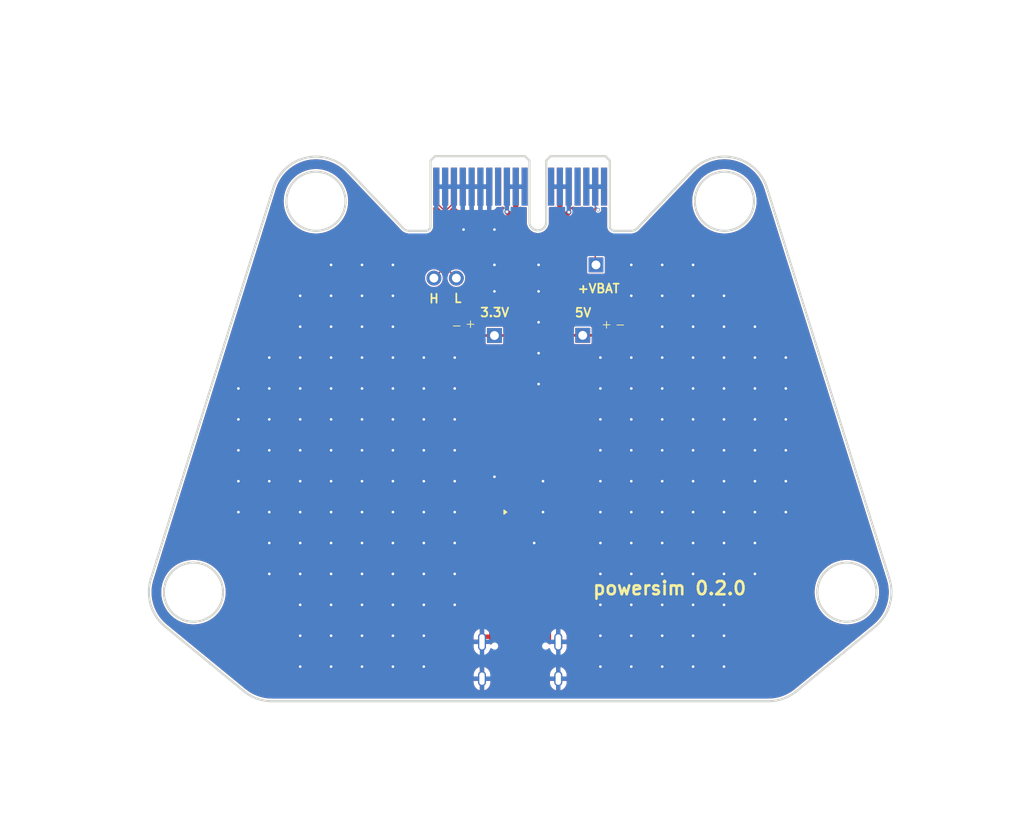
<source format=kicad_pcb>
(kicad_pcb (version 20240108) (generator "pcbnew") (generator_version "8.0")
  (layers (0 "F.Cu" signal) (31 "B.Cu" signal) (34 "B.Paste" user) (35 "F.Paste" user) (36 "B.SilkS" user "B.Silkscreen") (37 "F.SilkS" user "F.Silkscreen") (38 "B.Mask" user) (39 "F.Mask" user) (44 "Edge.Cuts" user))
  (net 0 "")
  (net 2 "Net-(U1-BST)")
  (net 8 "GND")
  (net 9 "+3.3V")
  (net 10 "+5V")
  (net 11 "Net-(J6-CC1)")
  (net 12 "Net-(J6-CC2)")
  (net 15 "CANN")
  (net 16 "CANP")
  (net 20 "Net-(U1-SW)")
  (net 21 "+BAT")
  (net 22 "Net-(D1-K)")
  (net 23 "Net-(D2-K)")
  (footprint "Connector_PinHeader_2.54mm:PinHeader_1x01_P2.54mm_Vertical" (layer "F.Cu") (at 153.5 80.98)
    (property "Reference" "TP1" (hide yes))
    (property "Value" "TestPoint" (hide yes))
    (pad "1" thru_hole rect (at 0 0) (size 1.7 1.7) (drill 1) (layers "*.Cu" "*.Mask") (net 10 "+5V"))
  )
  (footprint "Capacitor_SMD:C_0603_1608Metric" (layer "F.Cu") (at 145 86.075175 180)
    (property "Reference" "C4" (hide yes))
    (property "Value" "22u" (hide yes))
    (pad "1" smd roundrect (at -0.775 0 180) (size 0.9 0.95) (layers "F.Cu" "F.Paste" "F.Mask") (net 9 "+3.3V"))
    (pad "2" smd roundrect (at 0.775 0 180) (size 0.9 0.95) (layers "F.Cu" "F.Paste" "F.Mask") (net 8 "GND"))
  )
  (footprint "Capacitor_SMD:C_0603_1608Metric" (layer "F.Cu") (at 145 84.5 180)
    (property "Reference" "C3" (hide yes))
    (property "Value" "22u" (hide yes))
    (pad "1" smd roundrect (at -0.775 0 180) (size 0.9 0.95) (layers "F.Cu" "F.Paste" "F.Mask") (net 9 "+3.3V"))
    (pad "2" smd roundrect (at 0.775 0 180) (size 0.9 0.95) (layers "F.Cu" "F.Paste" "F.Mask") (net 8 "GND"))
  )
  (footprint "Connector_USB:USB_C_Receptacle_Palconn_UTC16-G" (layer "F.Cu") (at 146.41 117.625)
    (property "Reference" "J6" (hide yes))
    (property "Value" "USB_C_Receptacle_USB2.0_16P" (hide yes))
    (pad "" np_thru_hole circle (at -2.89 -1.45 180) (size 0.6 0.6) (drill 0.6) (layers "*.Cu" "*.Mask"))
    (pad "" np_thru_hole circle (at 2.89 -1.45 180) (size 0.6 0.6) (drill 0.6) (layers "*.Cu" "*.Mask"))
    (pad "A1" smd rect (at -3.2 -2.51) (size 0.6 1.16) (layers "F.Cu" "F.Paste" "F.Mask") (net 8 "GND"))
    (pad "A4" smd rect (at -2.4 -2.51) (size 0.6 1.16) (layers "F.Cu" "F.Paste" "F.Mask") (net 10 "+5V"))
    (pad "A5" smd rect (at -1.25 -2.51 180) (size 0.3 1.16) (layers "F.Cu" "F.Paste" "F.Mask") (net 11 "Net-(J6-CC1)"))
    (pad "A6" smd rect (at -0.25 -2.51 180) (size 0.3 1.16) (layers "F.Cu" "F.Paste" "F.Mask"))
    (pad "A7" smd rect (at 0.25 -2.51 180) (size 0.3 1.16) (layers "F.Cu" "F.Paste" "F.Mask"))
    (pad "A8" smd rect (at 1.25 -2.51 180) (size 0.3 1.16) (layers "F.Cu" "F.Paste" "F.Mask"))
    (pad "A9" smd rect (at 2.4 -2.51) (size 0.6 1.16) (layers "F.Cu" "F.Paste" "F.Mask") (net 10 "+5V"))
    (pad "A12" smd rect (at 3.2 -2.51) (size 0.6 1.16) (layers "F.Cu" "F.Paste" "F.Mask") (net 8 "GND"))
    (pad "B1" smd rect (at 3.2 -2.51) (size 0.6 1.16) (layers "F.Cu" "F.Paste" "F.Mask") (net 8 "GND"))
    (pad "B4" smd rect (at 2.4 -2.51) (size 0.6 1.16) (layers "F.Cu" "F.Paste" "F.Mask") (net 10 "+5V"))
    (pad "B5" smd rect (at 1.75 -2.51 180) (size 0.3 1.16) (layers "F.Cu" "F.Paste" "F.Mask") (net 12 "Net-(J6-CC2)"))
    (pad "B6" smd rect (at 0.75 -2.51 180) (size 0.3 1.16) (layers "F.Cu" "F.Paste" "F.Mask"))
    (pad "B7" smd rect (at -0.75 -2.51 180) (size 0.3 1.16) (layers "F.Cu" "F.Paste" "F.Mask"))
    (pad "B8" smd rect (at -1.75 -2.51 180) (size 0.3 1.16) (layers "F.Cu" "F.Paste" "F.Mask"))
    (pad "B9" smd rect (at -2.4 -2.51) (size 0.6 1.16) (layers "F.Cu" "F.Paste" "F.Mask") (net 10 "+5V"))
    (pad "B12" smd rect (at -3.2 -2.51) (size 0.6 1.16) (layers "F.Cu" "F.Paste" "F.Mask") (net 8 "GND"))
    (pad "S1" thru_hole oval (at -4.32 -1.93 90) (size 2 0.9) (drill oval 1.7 0.6) (layers "*.Cu" "*.Mask") (net 8 "GND"))
    (pad "S1" thru_hole oval (at -4.32 2.24 90) (size 1.7 0.9) (drill oval 1.4 0.6) (layers "*.Cu" "*.Mask") (net 8 "GND"))
    (pad "S1" thru_hole oval (at 4.32 -1.93 90) (size 2 0.9) (drill oval 1.7 0.6) (layers "*.Cu" "*.Mask") (net 8 "GND"))
    (pad "S1" thru_hole oval (at 4.32 2.24 90) (size 1.7 0.9) (drill oval 1.4 0.6) (layers "*.Cu" "*.Mask") (net 8 "GND"))
  )
  (footprint "LED_SMD:LED_0603_1608Metric" (layer "F.Cu") (at 140 81)
    (property "Reference" "D1" (hide yes))
    (property "Value" "LED")
    (fp_text user "+" (at 0.101332 -0.76628 0) (layer "F.SilkS") (effects (font (thickness 0.1)) (justify left bottom)))
    (fp_text user "-" (at -1.458247 -0.570737 0) (layer "F.SilkS") (effects (font (thickness 0.1)) (justify left bottom)))
    (pad "1" smd roundrect (at -0.7875 0) (size 0.875 0.95) (layers "F.Cu" "F.Paste" "F.Mask") (net 22 "Net-(D1-K)"))
    (pad "2" smd roundrect (at 0.7875 0) (size 0.875 0.95) (layers "F.Cu" "F.Paste" "F.Mask") (net 9 "+3.3V"))
  )
  (footprint "Capacitor_SMD:C_0402_1005Metric" (layer "F.Cu") (at 145.893095 96.731528)
    (property "Reference" "C2" (hide yes))
    (property "Value" "100n" (hide yes))
    (pad "1" smd roundrect (at -0.48 0) (size 0.56 0.62) (layers "F.Cu" "F.Paste" "F.Mask") (net 2 "Net-(U1-BST)"))
    (pad "2" smd roundrect (at 0.48 0) (size 0.56 0.62) (layers "F.Cu" "F.Paste" "F.Mask") (net 20 "Net-(U1-SW)"))
  )
  (footprint "Resistor_SMD:R_0402_1005Metric" (layer "F.Cu") (at 140 118 90)
    (property "Reference" "R3" (hide yes))
    (property "Value" "5.1k")
    (pad "1" smd roundrect (at -0.51 0 90) (size 0.54 0.64) (layers "F.Cu" "F.Paste" "F.Mask") (net 8 "GND"))
    (pad "2" smd roundrect (at 0.51 0 90) (size 0.54 0.64) (layers "F.Cu" "F.Paste" "F.Mask") (net 11 "Net-(J6-CC1)"))
  )
  (footprint "Connector_PinHeader_2.54mm:PinHeader_1x01_P2.54mm_Vertical" (layer "F.Cu") (at 155 73)
    (property "Reference" "TP3" (hide yes))
    (property "Value" "TestPoint" (hide yes))
    (pad "1" thru_hole rect (at 0 0) (size 1.7 1.7) (drill 1) (layers "*.Cu" "*.Mask") (net 21 "+BAT"))
  )
  (footprint "Resistor_SMD:R_0402_1005Metric" (layer "F.Cu") (at 153 117.99 -90)
    (property "Reference" "R4" (hide yes))
    (property "Value" "5.1k")
    (pad "1" smd roundrect (at -0.51 0 270) (size 0.54 0.64) (layers "F.Cu" "F.Paste" "F.Mask") (net 12 "Net-(J6-CC2)"))
    (pad "2" smd roundrect (at 0.51 0 270) (size 0.54 0.64) (layers "F.Cu" "F.Paste" "F.Mask") (net 8 "GND"))
  )
  (footprint "Resistor_SMD:R_0603_1608Metric" (layer "F.Cu") (at 160.175 80.98)
    (property "Reference" "R2" (hide yes))
    (property "Value" "150")
    (pad "1" smd roundrect (at -0.825 0) (size 0.8 0.95) (layers "F.Cu" "F.Paste" "F.Mask") (net 23 "Net-(D2-K)"))
    (pad "2" smd roundrect (at 0.825 0) (size 0.8 0.95) (layers "F.Cu" "F.Paste" "F.Mask") (net 8 "GND"))
  )
  (footprint "Connector_PinHeader_2.54mm:PinHeader_1x01_P2.54mm_Vertical" (layer "F.Cu") (at 143.5 81)
    (property "Reference" "TP2" (hide yes))
    (property "Value" "TestPoint" (hide yes))
    (pad "1" thru_hole rect (at 0 0) (size 1.7 1.7) (drill 1) (layers "*.Cu" "*.Mask") (net 9 "+3.3V"))
  )
  (footprint "Package_TO_SOT_SMD:TSOT-23-6" (layer "F.Cu") (at 146.41 99.7 90)
    (property "Reference" "U1" (hide yes))
    (property "Value" "AP63203WU" (hide yes))
    (fp_poly (pts (xy -1.3 -1.51) (xy -1.54 -1.84) (xy -1.06 -1.84) (xy -1.3 -1.51)) (stroke (width 0.12)) (fill solid) (layer "F.SilkS"))
    (pad "1" smd roundrect (at -1.1375 -0.95 90) (size 1.325 0.6) (layers "F.Cu" "F.Paste" "F.Mask") (net 9 "+3.3V"))
    (pad "2" smd roundrect (at -1.1375 0 90) (size 1.325 0.6) (layers "F.Cu" "F.Paste" "F.Mask") (net 10 "+5V"))
    (pad "3" smd roundrect (at -1.1375 0.95 90) (size 1.325 0.6) (layers "F.Cu" "F.Paste" "F.Mask") (net 10 "+5V"))
    (pad "4" smd roundrect (at 1.1375 0.95 90) (size 1.325 0.6) (layers "F.Cu" "F.Paste" "F.Mask") (net 8 "GND"))
    (pad "5" smd roundrect (at 1.1375 0 90) (size 1.325 0.6) (layers "F.Cu" "F.Paste" "F.Mask") (net 20 "Net-(U1-SW)"))
    (pad "6" smd roundrect (at 1.1375 -0.95 90) (size 1.325 0.6) (layers "F.Cu" "F.Paste" "F.Mask") (net 2 "Net-(U1-BST)"))
  )
  (footprint "Connector_PinHeader_2.54mm:PinHeader_1x02_P2.54mm_Vertical" (layer "F.Cu") (at 136.643 74.5 90)
    (property "Reference" "J2" (hide yes))
    (property "Value" "Conn_01x02_Pin" (hide yes))
    (pad "1" thru_hole circle (at 0 0 90) (size 1.7 1.7) (drill 1) (layers "*.Cu" "*.Mask") (net 16 "CANP"))
    (pad "2" thru_hole oval (at 0 2.54 90) (size 1.7 1.7) (drill 1) (layers "*.Cu" "*.Mask") (net 15 "CANN"))
  )
  (footprint "LED_SMD:LED_0603_1608Metric" (layer "F.Cu") (at 157 81 180)
    (property "Reference" "D2" (hide yes))
    (property "Value" "LED")
    (fp_text user "+" (at 0.119967 1.719536 180) (layer "F.SilkS") (effects (font (thickness 0.1)) (justify left bottom)))
    (fp_text user "-" (at -1.439612 1.695543 180) (layer "F.SilkS") (effects (font (thickness 0.1)) (justify left bottom)))
    (pad "1" smd roundrect (at -0.7875 0 180) (size 0.875 0.95) (layers "F.Cu" "F.Paste" "F.Mask") (net 23 "Net-(D2-K)"))
    (pad "2" smd roundrect (at 0.7875 0 180) (size 0.875 0.95) (layers "F.Cu" "F.Paste" "F.Mask") (net 10 "+5V"))
  )
  (footprint "SLF7055T-6R8N2R8-3PF:IND_SLF7055T-6R8N2R8-3PF" (layer "F.Cu") (at 146.41 91.35 90)
    (property "Reference" "L1" (hide yes))
    (property "Value" "SLF7055T-6R8N2R8-3PF" (hide yes))
    (pad "1" smd rect (at -3.15 0 90) (size 1.5 2.2) (layers "F.Cu" "F.Paste" "F.Mask") (net 20 "Net-(U1-SW)"))
    (pad "2" smd rect (at 3.15 0 90) (size 1.5 2.2) (layers "F.Cu" "F.Paste" "F.Mask") (net 9 "+3.3V"))
  )
  (footprint "Capacitor_SMD:C_0402_1005Metric" (layer "F.Cu") (at 145.886304 102.51824 180)
    (property "Reference" "C1" (hide yes))
    (property "Value" "10u" (hide yes))
    (pad "1" smd roundrect (at -0.48 0 180) (size 0.56 0.62) (layers "F.Cu" "F.Paste" "F.Mask") (net 10 "+5V"))
    (pad "2" smd roundrect (at 0.48 0 180) (size 0.56 0.62) (layers "F.Cu" "F.Paste" "F.Mask") (net 8 "GND"))
  )
  (footprint "Resistor_SMD:R_0603_1608Metric" (layer "F.Cu") (at 136.825 81.03 180)
    (property "Reference" "R1" (hide yes))
    (property "Value" "150")
    (pad "1" smd roundrect (at -0.825 0 180) (size 0.8 0.95) (layers "F.Cu" "F.Paste" "F.Mask") (net 22 "Net-(D1-K)"))
    (pad "2" smd roundrect (at 0.825 0 180) (size 0.8 0.95) (layers "F.Cu" "F.Paste" "F.Mask") (net 8 "GND"))
  )
  (footprint "Connector_PCBEdge:BUS_PCIexpress_x1" (layer "B.Cu") (at 136.913 64.138595)
    (property "Reference" "J1" (hide yes))
    (property "Value" "Bus_PCI_Express_x1" (hide yes))
    (fp_line (start -0.65 -2.95) (end -0.65 4.506267) (stroke (width 0.25)) (layer "Edge.Cuts"))
    (fp_line (start -0.15 -3.45) (end -0.65 -2.95) (stroke (width 0.25)) (layer "Edge.Cuts"))
    (fp_line (start 10.05 -3.45) (end -0.15 -3.45) (stroke (width 0.25)) (layer "Edge.Cuts"))
    (fp_line (start 10.05 -3.45) (end 10.55 -2.95) (stroke (width 0.25)) (layer "Edge.Cuts"))
    (fp_line (start 10.55 -2.95) (end 10.55 4) (stroke (width 0.25)) (layer "Edge.Cuts"))
    (fp_line (start 12.45 -2.95) (end 12.45 4) (stroke (width 0.25)) (layer "Edge.Cuts"))
    (fp_line (start 12.95 -3.45) (end 12.45 -2.95) (stroke (width 0.25)) (layer "Edge.Cuts"))
    (fp_line (start 19.15 -3.45) (end 12.95 -3.45) (stroke (width 0.25)) (layer "Edge.Cuts"))
    (fp_line (start 19.15 -3.45) (end 19.65 -2.95) (stroke (width 0.25)) (layer "Edge.Cuts"))
    (fp_line (start 19.65 -2.95) (end 19.65 4.506267) (stroke (width 0.25)) (layer "Edge.Cuts"))
    (fp_arc (start 12.45 4) (mid 11.5 4.95) (end 10.55 4) (stroke (width 0.25)) (layer "Edge.Cuts"))
    (pad "A1" connect rect (at 0 0) (size 0.7 4.3) (layers "F.Cu" "F.Mask") (net 16 "CANP"))
    (pad "A2" connect rect (at 1 0) (size 0.7 4.3) (layers "F.Cu" "F.Mask"))
    (pad "A3" connect rect (at 2 0) (size 0.7 4.3) (layers "F.Cu" "F.Mask") (net 15 "CANN"))
    (pad "A4" connect rect (at 3 0) (size 0.7 4.3) (layers "F.Cu" "F.Mask") (net 8 "GND"))
    (pad "A5" connect rect (at 4 0) (size 0.7 4.3) (layers "F.Cu" "F.Mask") (net 8 "GND"))
    (pad "A6" connect rect (at 5 0) (size 0.7 4.3) (layers "F.Cu" "F.Mask") (net 8 "GND"))
    (pad "A7" connect rect (at 6 0) (size 0.7 4.3) (layers "F.Cu" "F.Mask") (net 8 "GND"))
    (pad "A8" connect rect (at 7 0) (size 0.7 4.3) (layers "F.Cu" "F.Mask"))
    (pad "A9" connect rect (at 8 0) (size 0.7 4.3) (layers "F.Cu" "F.Mask") (net 9 "+3.3V"))
    (pad "A10" connect rect (at 9 0) (size 0.7 4.3) (layers "F.Cu" "F.Mask") (net 9 "+3.3V"))
    (pad "A11" connect rect (at 10 0) (size 0.7 4.3) (layers "F.Cu" "F.Mask") (net 9 "+3.3V"))
    (pad "A12" connect rect (at 13 0) (size 0.7 4.3) (layers "F.Cu" "F.Mask") (net 10 "+5V"))
    (pad "A13" connect rect (at 14 0) (size 0.7 4.3) (layers "F.Cu" "F.Mask") (net 10 "+5V"))
    (pad "A14" connect rect (at 15 0) (size 0.7 4.3) (layers "F.Cu" "F.Mask") (net 10 "+5V"))
    (pad "A15" connect rect (at 16 0) (size 0.7 4.3) (layers "F.Cu" "F.Mask"))
    (pad "A16" connect rect (at 17 0) (size 0.7 4.3) (layers "F.Cu" "F.Mask") (net 21 "+BAT"))
    (pad "A17" connect rect (at 18 0) (size 0.7 4.3) (layers "F.Cu" "F.Mask") (net 21 "+BAT"))
    (pad "A18" connect rect (at 19 0) (size 0.7 4.3) (layers "F.Cu" "F.Mask") (net 21 "+BAT"))
    (pad "B1" connect rect (at 0 0) (size 0.7 4.3) (layers "B.Cu" "B.Mask") (net 8 "GND"))
    (pad "B2" connect rect (at 1 0) (size 0.7 4.3) (layers "B.Cu" "B.Mask") (net 8 "GND"))
    (pad "B3" connect rect (at 2 0) (size 0.7 4.3) (layers "B.Cu" "B.Mask") (net 8 "GND"))
    (pad "B4" connect rect (at 3 0) (size 0.7 4.3) (layers "B.Cu" "B.Mask") (net 8 "GND"))
    (pad "B5" connect rect (at 4 0) (size 0.7 4.3) (layers "B.Cu" "B.Mask") (net 8 "GND"))
    (pad "B6" connect rect (at 5 0) (size 0.7 4.3) (layers "B.Cu" "B.Mask") (net 8 "GND"))
    (pad "B7" connect rect (at 6 0) (size 0.7 4.3) (layers "B.Cu" "B.Mask") (net 8 "GND"))
    (pad "B8" connect rect (at 7 0) (size 0.7 4.3) (layers "B.Cu" "B.Mask"))
    (pad "B9" connect rect (at 8 0) (size 0.7 4.3) (layers "B.Cu" "B.Mask") (net 9 "+3.3V"))
    (pad "B10" connect rect (at 9 0) (size 0.7 4.3) (layers "B.Cu" "B.Mask") (net 9 "+3.3V"))
    (pad "B11" connect rect (at 10 0) (size 0.7 4.3) (layers "B.Cu" "B.Mask") (net 9 "+3.3V"))
    (pad "B12" connect rect (at 13 0) (size 0.7 4.3) (layers "B.Cu" "B.Mask") (net 10 "+5V"))
    (pad "B13" connect rect (at 14 0) (size 0.7 4.3) (layers "B.Cu" "B.Mask") (net 10 "+5V"))
    (pad "B14" connect rect (at 15 0) (size 0.7 4.3) (layers "B.Cu" "B.Mask") (net 10 "+5V"))
    (pad "B15" connect rect (at 16 0) (size 0.7 4.3) (layers "B.Cu" "B.Mask"))
    (pad "B16" connect rect (at 17 0) (size 0.7 4.3) (layers "B.Cu" "B.Mask") (net 21 "+BAT"))
    (pad "B17" connect rect (at 18 0) (size 0.7 4.3) (layers "B.Cu" "B.Mask") (net 21 "+BAT"))
    (pad "B18" connect rect (at 19 0) (size 0.7 4.3) (layers "B.Cu" "B.Mask") (net 21 "+BAT"))
  )
  (gr_line (start 118.464529 64.282339) (end 104.593785 108.557478) (stroke (width 0.25)) (layer "Edge.Cuts"))
  (gr_line (start 133.14799 68.834133) (end 126.942317 62.311255) (stroke (width 0.25)) (layer "Edge.Cuts"))
  (gr_arc (start 157.070952 69.144862) (mid 156.717428 68.998403) (end 156.570952 68.644862) (stroke (width 0.25)) (layer "Edge.Cuts"))
  (gr_arc (start 106.210207 113.971788) (mid 104.57385 111.511867) (end 104.593785 108.557478) (stroke (width 0.25)) (layer "Edge.Cuts"))
  (gr_arc (start 118.464529 64.282339) (mid 122.139956 60.87328) (end 126.942317 62.311255) (stroke (width 0.25)) (layer "Edge.Cuts"))
  (gr_line (start 159.678621 68.834133) (end 165.884293 62.311255) (stroke (width 0.25)) (layer "Edge.Cuts"))
  (gr_line (start 158.954117 69.144862) (end 157.070952 69.144862) (stroke (width 0.25)) (layer "Edge.Cuts"))
  (gr_arc (start 177.714704 121.27317) (mid 176.212727 122.123624) (end 174.512081 122.418595) (stroke (width 0.25)) (layer "Edge.Cuts"))
  (gr_circle (center 183.41378 110.067214) (end 180.06378 110.067214) (stroke (width 0.25)) (fill none) (layer "Edge.Cuts"))
  (gr_arc (start 188.232825 108.557478) (mid 188.252725 111.511859) (end 186.616403 113.971788) (stroke (width 0.25)) (layer "Edge.Cuts"))
  (gr_circle (center 169.543036 65.792075) (end 166.193036 65.792075) (stroke (width 0.25)) (fill none) (layer "Edge.Cuts"))
  (gr_line (start 174.512081 122.418595) (end 118.314529 122.418595) (stroke (width 0.25)) (layer "Edge.Cuts"))
  (gr_arc (start 118.314529 122.418595) (mid 116.613891 122.123609) (end 115.111906 121.27317) (stroke (width 0.25)) (layer "Edge.Cuts"))
  (gr_circle (center 123.283575 65.792075) (end 119.933575 65.792075) (stroke (width 0.25)) (fill none) (layer "Edge.Cuts"))
  (gr_circle (center 109.41283 110.067214) (end 106.06283 110.067214) (stroke (width 0.25)) (fill none) (layer "Edge.Cuts"))
  (gr_arc (start 133.872493 69.144862) (mid 133.478329 69.063905) (end 133.14799 68.834133) (stroke (width 0.25)) (layer "Edge.Cuts"))
  (gr_line (start 186.616403 113.971788) (end 177.714704 121.27317) (stroke (width 0.25)) (layer "Edge.Cuts"))
  (gr_arc (start 159.678621 68.834133) (mid 159.348285 69.063922) (end 158.954117 69.144862) (stroke (width 0.25)) (layer "Edge.Cuts"))
  (gr_line (start 106.210207 113.971788) (end 115.111906 121.27317) (stroke (width 0.25)) (layer "Edge.Cuts"))
  (gr_arc (start 136.255658 68.644862) (mid 136.109222 68.998429) (end 135.755658 69.144862) (stroke (width 0.25)) (layer "Edge.Cuts"))
  (gr_line (start 174.362081 64.282339) (end 188.232825 108.557478) (stroke (width 0.25)) (layer "Edge.Cuts"))
  (gr_line (start 133.872493 69.144862) (end 135.755658 69.144862) (stroke (width 0.25)) (layer "Edge.Cuts"))
  (gr_arc (start 165.884293 62.311255) (mid 170.68666 60.873267) (end 174.362081 64.282339) (stroke (width 0.25)) (layer "Edge.Cuts"))
  (gr_text "3.3V" (at 141.775755 78.971844 0) (layer "F.SilkS") (effects (font (size 1 1) (thickness 0.2) (bold yes)) (justify left bottom)))
  (gr_text "+VBAT" (at 152.811699 76.263155 0) (layer "F.SilkS") (effects (font (size 1 1) (thickness 0.2) (bold yes)) (justify left bottom)))
  (gr_text "H" (at 135.995368 77.413627 0) (layer "F.SilkS") (effects (font (size 1 1) (thickness 0.2) (bold yes)) (justify left bottom)))
  (gr_text "powersim 0.2.0" (at 154.5 110.5 0) (layer "F.SilkS") (effects (font (size 1.5 1.5) (thickness 0.3) (bold yes)) (justify left bottom)))
  (gr_text "L" (at 138.810245 77.369645 0) (layer "F.SilkS") (effects (font (size 1 1) (thickness 0.2) (bold yes)) (justify left bottom)))
  (gr_text "5V" (at 152.5 79 0) (layer "F.SilkS") (effects (font (size 1 1) (thickness 0.2) (bold yes)) (justify left bottom)))
  (segment (start 145.46 98.5625) (end 145.46 96.778433) (width 0.2) (layer "F.Cu") (net 2))
  (segment (start 145.46 96.778433) (end 145.413095 96.731528) (width 0.2) (layer "F.Cu") (net 2))
  (segment (start 142.913 64.138595) (end 139.913 64.138595) (width 0.5) (layer "F.Cu") (net 8))
  (via (at 166 97.5) (size 0.4) (drill 0.3) (layers "F.Cu" "B.Cu") (net 8))
  (via (at 143.5 73) (size 0.4) (drill 0.3) (layers "F.Cu" "B.Cu") (net 8))
  (via (at 169.5 94) (size 0.4) (drill 0.3) (layers "F.Cu" "B.Cu") (net 8))
  (via (at 159 87) (size 0.4) (drill 0.3) (layers "F.Cu" "B.Cu") (net 8))
  (via (at 162.5 101) (size 0.4) (drill 0.3) (layers "F.Cu" "B.Cu") (net 8))
  (via (at 128.5 108) (size 0.4) (drill 0.3) (layers "F.Cu" "B.Cu") (net 8))
  (via (at 155.5 90.5) (size 0.4) (drill 0.3) (layers "F.Cu" "B.Cu") (net 8))
  (via (at 135.5 111.5) (size 0.4) (drill 0.3) (layers "F.Cu" "B.Cu") (net 8))
  (via (at 132 118.5) (size 0.4) (drill 0.3) (layers "F.Cu" "B.Cu") (net 8))
  (via (at 118 87) (size 0.4) (drill 0.3) (layers "F.Cu" "B.Cu") (net 8))
  (via (at 121.5 83.5) (size 0.4) (drill 0.3) (layers "F.Cu" "B.Cu") (net 8))
  (via (at 121.5 101) (size 0.4) (drill 0.3) (layers "F.Cu" "B.Cu") (net 8))
  (via (at 118 90.5) (size 0.4) (drill 0.3) (layers "F.Cu" "B.Cu") (net 8))
  (via (at 159 83.5) (size 0.4) (drill 0.3) (layers "F.Cu" "B.Cu") (net 8))
  (via (at 176.5 101) (size 0.4) (drill 0.3) (layers "F.Cu" "B.Cu") (net 8))
  (via (at 135.5 94) (size 0.4) (drill 0.3) (layers "F.Cu" "B.Cu") (net 8))
  (via (at 118 101) (size 0.4) (drill 0.3) (layers "F.Cu" "B.Cu") (net 8))
  (via (at 132 87) (size 0.4) (drill 0.3) (layers "F.Cu" "B.Cu") (net 8))
  (via (at 132 76.5) (size 0.4) (drill 0.3) (layers "F.Cu" "B.Cu") (net 8))
  (via (at 139 87) (size 0.4) (drill 0.3) (layers "F.Cu" "B.Cu") (net 8))
  (via (at 125 101) (size 0.4) (drill 0.3) (layers "F.Cu" "B.Cu") (net 8))
  (via (at 166 115) (size 0.4) (drill 0.3) (layers "F.Cu" "B.Cu") (net 8))
  (via (at 166 80) (size 0.4) (drill 0.3) (layers "F.Cu" "B.Cu") (net 8))
  (via (at 162.5 80) (size 0.4) (drill 0.3) (layers "F.Cu" "B.Cu") (net 8))
  (via (at 166 73) (size 0.4) (drill 0.3) (layers "F.Cu" "B.Cu") (net 8))
  (via (at 149 101) (size 0.4) (drill 0.3) (layers "F.Cu" "B.Cu") (net 8))
  (via (at 173 90.5) (size 0.4) (drill 0.3) (layers "F.Cu" "B.Cu") (net 8))
  (via (at 162.5 108) (size 0.4) (drill 0.3) (layers "F.Cu" "B.Cu") (net 8))
  (via (at 155.5 104.5) (size 0.4) (drill 0.3) (layers "F.Cu" "B.Cu") (net 8))
  (via (at 148.5 79.5) (size 0.4) (drill 0.3) (layers "F.Cu" "B.Cu") (net 8))
  (via (at 128.5 80) (size 0.4) (drill 0.3) (layers "F.Cu" "B.Cu") (net 8))
  (via (at 114.5 101) (size 0.4) (drill 0.3) (layers "F.Cu" "B.Cu") (net 8))
  (via (at 166 76.5) (size 0.4) (drill 0.3) (layers "F.Cu" "B.Cu") (net 8))
  (via (at 162.5 90.5) (size 0.4) (drill 0.3) (layers "F.Cu" "B.Cu") (net 8))
  (via (at 132 115) (size 0.4) (drill 0.3) (layers "F.Cu" "B.Cu") (net 8))
  (via (at 125 90.5) (size 0.4) (drill 0.3) (layers "F.Cu" "B.Cu") (net 8))
  (via (at 169.5 87) (size 0.4) (drill 0.3) (layers "F.Cu" "B.Cu") (net 8))
  (via (at 128.5 101) (size 0.4) (drill 0.3) (layers "F.Cu" "B.Cu") (net 8))
  (via (at 135.5 115) (size 0.4) (drill 0.3) (layers "F.Cu" "B.Cu") (net 8))
  (via (at 159 94) (size 0.4) (drill 0.3) (layers "F.Cu" "B.Cu") (net 8))
  (via (at 135.5 97.5) (size 0.4) (drill 0.3) (layers "F.Cu" "B.Cu") (net 8))
  (via (at 121.5 97.5) (size 0.4) (drill 0.3) (layers "F.Cu" "B.Cu") (net 8))
  (via (at 155.5 108) (size 0.4) (drill 0.3) (layers "F.Cu" "B.Cu") (net 8))
  (via (at 155.5 94) (size 0.4) (drill 0.3) (layers "F.Cu" "B.Cu") (net 8))
  (via (at 128.5 87) (size 0.4) (drill 0.3) (layers "F.Cu" "B.Cu") (net 8))
  (via (at 125 83.5) (size 0.4) (drill 0.3) (layers "F.Cu" "B.Cu") (net 8))
  (via (at 169.5 104.5) (size 0.4) (drill 0.3) (layers "F.Cu" "B.Cu") (net 8))
  (via (at 162.5 76.5) (size 0.4) (drill 0.3) (layers "F.Cu" "B.Cu") (net 8))
  (via (at 173 104.5) (size 0.4) (drill 0.3) (layers "F.Cu" "B.Cu") (net 8))
  (via (at 169.5 80) (size 0.4) (drill 0.3) (layers "F.Cu" "B.Cu") (net 8))
  (via (at 155.5 111.5) (size 0.4) (drill 0.3) (layers "F.Cu" "B.Cu") (net 8))
  (via (at 135.5 87) (size 0.4) (drill 0.3) (layers "F.Cu" "B.Cu") (net 8))
  (via (at 148.5 86.5) (size 0.4) (drill 0.3) (layers "F.Cu" "B.Cu") (net 8))
  (via (at 162.5 97.5) (size 0.4) (drill 0.3) (layers "F.Cu" "B.Cu") (net 8))
  (via (at 139 111.5) (size 0.4) (drill 0.3) (layers "F.Cu" "B.Cu") (net 8))
  (via (at 159 73) (size 0.4) (drill 0.3) (layers "F.Cu" "B.Cu") (net 8))
  (via (at 166 87) (size 0.4) (drill 0.3) (layers "F.Cu" "B.Cu") (net 8))
  (via (at 132 80) (size 0.4) (drill 0.3) (layers "F.Cu" "B.Cu") (net 8))
  (via (at 155.5 87) (size 0.4) (drill 0.3) (layers "F.Cu" "B.Cu") (net 8))
  (via (at 121.5 111.5) (size 0.4) (drill 0.3) (layers "F.Cu" "B.Cu") (net 8))
  (via (at 135.5 101) (size 0.4) (drill 0.3) (layers "F.Cu" "B.Cu") (net 8))
  (via (at 169.5 83.5) (size 0.4) (drill 0.3) (layers "F.Cu" "B.Cu") (net 8))
  (via (at 155.5 118.5) (size 0.4) (drill 0.3) (layers "F.Cu" "B.Cu") (net 8))
  (via (at 149 97.5) (size 0.4) (drill 0.3) (layers "F.Cu" "B.Cu") (net 8))
  (via (at 173 87) (size 0.4) (drill 0.3) (layers "F.Cu" "B.Cu") (net 8))
  (via (at 128.5 104.5) (size 0.4) (drill 0.3) (layers "F.Cu" "B.Cu") (net 8))
  (via (at 159 97.5) (size 0.4) (drill 0.3) (layers "F.Cu" "B.Cu") (net 8))
  (via (at 169.5 76.5) (size 0.4) (drill 0.3) (layers "F.Cu" "B.Cu") (net 8))
  (via (at 166 90.5) (size 0.4) (drill 0.3) (layers "F.Cu" "B.Cu") (net 8))
  (via (at 121.5 76.5) (size 0.4) (drill 0.3) (layers "F.Cu" "B.Cu") (net 8))
  (via (at 125 73) (size 0.4) (drill 0.3) (layers "F.Cu" "B.Cu") (net 8))
  (via (at 148.5 83) (size 0.4) (drill 0.3) (layers "F.Cu" "B.Cu") (net 8))
  (via (at 159 76.5) (size 0.4) (drill 0.3) (layers "F.Cu" "B.Cu") (net 8))
  (via (at 128.5 90.5) (size 0.4) (drill 0.3) (layers "F.Cu" "B.Cu") (net 8))
  (via (at 128.5 83.5) (size 0.4) (drill 0.3) (layers "F.Cu" "B.Cu") (net 8))
  (via (at 173 97.5) (size 0.4) (drill 0.3) (layers "F.Cu" "B.Cu") (net 8))
  (via (at 159 118.5) (size 0.4) (drill 0.3) (layers "F.Cu" "B.Cu") (net 8))
  (via (at 132 94) (size 0.4) (drill 0.3) (layers "F.Cu" "B.Cu") (net 8))
  (via (at 132 101) (size 0.4) (drill 0.3) (layers "F.Cu" "B.Cu") (net 8))
  (via (at 118 97.5) (size 0.4) (drill 0.3) (layers "F.Cu" "B.Cu") (net 8))
  (via (at 128.5 76.5) (size 0.4) (drill 0.3) (layers "F.Cu" "B.Cu") (net 8))
  (via (at 118 94) (size 0.4) (drill 0.3) (layers "F.Cu" "B.Cu") (net 8))
  (via (at 162.5 94) (size 0.4) (drill 0.3) (layers "F.Cu" "B.Cu") (net 8))
  (via (at 114.5 97.5) (size 0.4) (drill 0.3) (layers "F.Cu" "B.Cu") (net 8))
  (via (at 173 94) (size 0.4) (drill 0.3) (layers "F.Cu" "B.Cu") (net 8))
  (via (at 159 108) (size 0.4) (drill 0.3) (layers "F.Cu" "B.Cu") (net 8))
  (via (at 128.5 94) (size 0.4) (drill 0.3) (layers "F.Cu" "B.Cu") (net 8))
  (via (at 159 115) (size 0.4) (drill 0.3) (layers "F.Cu" "B.Cu") (net 8))
  (via (at 166 111.5) (size 0.4) (drill 0.3) (layers "F.Cu" "B.Cu") (net 8))
  (via (at 139 104.5) (size 0.4) (drill 0.3) (layers "F.Cu" "B.Cu") (net 8))
  (via (at 139 90.5) (size 0.4) (drill 0.3) (layers "F.Cu" "B.Cu") (net 8))
  (via (at 143.5 76) (size 0.4) (drill 0.3) (layers "F.Cu" "B.Cu") (net 8))
  (via (at 162.5 115) (size 0.4) (drill 0.3) (layers "F.Cu" "B.Cu") (net 8))
  (via (at 148 104.5) (size 0.4) (drill 0.3) (layers "F.Cu" "B.Cu") (net 8))
  (via (at 121.5 94) (size 0.4) (drill 0.3) (layers "F.Cu" "B.Cu") (net 8))
  (via (at 125 87) (size 0.4) (drill 0.3) (layers "F.Cu" "B.Cu") (net 8))
  (via (at 121.5 115) (size 0.4) (drill 0.3) (layers "F.Cu" "B.Cu") (net 8))
  (via (at 121.5 80) (size 0.4) (drill 0.3) (layers "F.Cu" "B.Cu") (net 8))
  (via (at 125 76.5) (size 0.4) (drill 0.3) (layers "F.Cu" "B.Cu") (net 8))
  (via (at 176.5 97.5) (size 0.4) (drill 0.3) (layers "F.Cu" "B.Cu") (net 8))
  (via (at 169.5 101) (size 0.4) (drill 0.3) (layers "F.Cu" "B.Cu") (net 8))
  (via (at 173 101) (size 0.4) (drill 0.3) (layers "F.Cu" "B.Cu") (net 8))
  (via (at 121.5 90.5) (size 0.4) (drill 0.3) (layers "F.Cu" "B.Cu") (net 8))
  (via (at 125 94) (size 0.4) (drill 0.3) (layers "F.Cu" "B.Cu") (net 8))
  (via (at 125 108) (size 0.4) (drill 0.3) (layers "F.Cu" "B.Cu") (net 8))
  (via (at 159 101) (size 0.4) (drill 0.3) (layers "F.Cu" "B.Cu") (net 8))
  (via (at 166 83.5) (size 0.4) (drill 0.3) (layers "F.Cu" "B.Cu") (net 8))
  (via (at 135.5 118.5) (size 0.4) (drill 0.3) (layers "F.Cu" "B.Cu") (net 8))
  (via (at 132 104.5) (size 0.4) (drill 0.3) (layers "F.Cu" "B.Cu") (net 8))
  (via (at 139 108) (size 0.4) (drill 0.3) (layers "F.Cu" "B.Cu") (net 8))
  (via (at 121.5 87) (size 0.4) (drill 0.3) (layers "F.Cu" "B.Cu") (net 8))
  (via (at 166 118.5) (size 0.4) (drill 0.3) (layers "F.Cu" "B.Cu") (net 8))
  (via (at 132 111.5) (size 0.4) (drill 0.3) (layers "F.Cu" "B.Cu") (net 8))
  (via (at 162.5 83.5) (size 0.4) (drill 0.3) (layers "F.Cu" "B.Cu") (net 8))
  (via (at 128.5 97.5) (size 0.4) (drill 0.3) (layers "F.Cu" "B.Cu") (net 8))
  (via (at 166 108) (size 0.4) (drill 0.3) (layers "F.Cu" "B.Cu") (net 8))
  (via (at 162.5 73) (size 0.4) (drill 0.3) (layers "F.Cu" "B.Cu") (net 8))
  (via (at 114.5 94) (size 0.4) (drill 0.3) (layers "F.Cu" "B.Cu") (net 8))
  (via (at 173 108) (size 0.4) (drill 0.3) (layers "F.Cu" "B.Cu") (net 8))
  (via (at 125 104.5) (size 0.4) (drill 0.3) (layers "F.Cu" "B.Cu") (net 8))
  (via (at 176.5 94) (size 0.4) (drill 0.3) (layers "F.Cu" "B.Cu") (net 8))
  (via (at 121.5 118.5) (size 0.4) (drill 0.3) (layers "F.Cu" "B.Cu") (net 8))
  (via (at 139 101) (size 0.4) (drill 0.3) (layers "F.Cu" "B.Cu") (net 8))
  (via (at 125 111.5) (size 0.4) (drill 0.3) (layers "F.Cu" "B.Cu") (net 8))
  (via (at 132 83.5) (size 0.4) (drill 0.3) (layers "F.Cu" "B.Cu") (net 8))
  (via (at 173 83.5) (size 0.4) (drill 0.3) (layers "F.Cu" "B.Cu") (net 8))
  (via (at 148.5 76) (size 0.4) (drill 0.3) (layers "F.Cu" "B.Cu") (net 8))
  (via (at 121.5 104.5) (size 0.4) (drill 0.3) (layers "F.Cu" "B.Cu") (net 8))
  (via (at 128.5 73) (size 0.4) (drill 0.3) (layers "F.Cu" "B.Cu") (net 8))
  (via (at 169.5 108) (size 0.4) (drill 0.3) (layers "F.Cu" "B.Cu") (net 8))
  (via (at 162.5 87) (size 0.4) (drill 0.3) (layers "F.Cu" "B.Cu") (net 8))
  (via (at 155.5 101) (size 0.4) (drill 0.3) (layers "F.Cu" "B.Cu") (net 8))
  (via (at 125 80) (size 0.4) (drill 0.3) (layers "F.Cu" "B.Cu") (net 8))
  (via (at 135.5 83.5) (size 0.4) (drill 0.3) (layers "F.Cu" "B.Cu") (net 8))
  (via (at 125 115) (size 0.4) (drill 0.3) (layers "F.Cu" "B.Cu") (net 8))
  (via (at 139 97.5) (size 0.4) (drill 0.3) (layers "F.Cu" "B.Cu") (net 8))
  (via (at 159 104.5) (size 0.4) (drill 0.3) (layers "F.Cu" "B.Cu") (net 8))
  (via (at 128.5 115) (size 0.4) (drill 0.3) (layers "F.Cu" "B.Cu") (net 8))
  (via (at 118 108) (size 0.4) (drill 0.3) (layers "F.Cu" "B.Cu") (net 8))
  (via (at 135.5 104.5) (size 0.4) (drill 0.3) (layers "F.Cu" "B.Cu") (net 8))
  (via (at 143.5 69) (size 0.4) (drill 0.3) (layers "F.Cu" "B.Cu") (net 8))
  (via (at 132 73) (size 0.4) (drill 0.3) (layers "F.Cu" "B.Cu") (net 8))
  (via (at 148.5 73) (size 0.4) (drill 0.3) (layers "F.Cu" "B.Cu") (net 8))
  (via (at 132 108) (size 0.4) (drill 0.3) (layers "F.Cu" "B.Cu") (net 8))
  (via (at 155.5 97.5) (size 0.4) (drill 0.3) (layers "F.Cu" "B.Cu") (net 8))
  (via (at 162.5 104.5) (size 0.4) (drill 0.3) (layers "F.Cu" "B.Cu") (net 8))
  (via (at 176.5 87) (size 0.4) (drill 0.3) (layers "F.Cu" "B.Cu") (net 8))
  (via (at 118 83.5) (size 0.4) (drill 0.3) (layers "F.Cu" "B.Cu") (net 8))
  (via (at 173 80) (size 0.4) (drill 0.3) (layers "F.Cu" "B.Cu") (net 8))
  (via (at 135.5 90.5) (size 0.4) (drill 0.3) (layers "F.Cu" "B.Cu") (net 8))
  (via (at 135.5 108) (size 0.4) (drill 0.3) (layers "F.Cu" "B.Cu") (net 8))
  (via (at 176.5 83.5) (size 0.4) (drill 0.3) (layers "F.Cu" "B.Cu") (net 8))
  (via (at 176.5 90.5) (size 0.4) (drill 0.3) (layers "F.Cu" "B.Cu") (net 8))
  (via (at 169.5 90.5) (size 0.4) (drill 0.3) (layers "F.Cu" "B.Cu") (net 8))
  (via (at 132 97.5) (size 0.4) (drill 0.3) (layers "F.Cu" "B.Cu") (net 8))
  (via (at 118 104.5) (size 0.4) (drill 0.3) (layers "F.Cu" "B.Cu") (net 8))
  (via (at 132 90.5) (size 0.4) (drill 0.3) (layers "F.Cu" "B.Cu") (net 8))
  (via (at 139 94) (size 0.4) (drill 0.3) (layers "F.Cu" "B.Cu") (net 8))
  (via (at 159 111.5) (size 0.4) (drill 0.3) (layers "F.Cu" "B.Cu") (net 8))
  (via (at 125 97.5) (size 0.4) (drill 0.3) (layers "F.Cu" "B.Cu") (net 8))
  (via (at 128.5 118.5) (size 0.4) (drill 0.3) (layers "F.Cu" "B.Cu") (net 8))
  (via (at 166 104.5) (size 0.4) (drill 0.3) (layers "F.Cu" "B.Cu") (net 8))
  (via (at 166 101) (size 0.4) (drill 0.3) (layers "F.Cu" "B.Cu") (net 8))
  (via (at 155.5 115) (size 0.4) (drill 0.3) (layers "F.Cu" "B.Cu") (net 8))
  (via (at 140 69) (size 0.4) (drill 0.3) (layers "F.Cu" "B.Cu") (net 8))
  (via (at 169.5 97.5) (size 0.4) (drill 0.3) (layers "F.Cu" "B.Cu") (net 8))
  (via (at 121.5 108) (size 0.4) (drill 0.3) (layers "F.Cu" "B.Cu") (net 8))
  (via (at 162.5 118.5) (size 0.4) (drill 0.3) (layers "F.Cu" "B.Cu") (net 8))
  (via (at 143.5 97) (size 0.4) (drill 0.3) (layers "F.Cu" "B.Cu") (net 8))
  (via (at 155.5 83.5) (size 0.4) (drill 0.3) (layers "F.Cu" "B.Cu") (net 8))
  (via (at 159 90.5) (size 0.4) (drill 0.3) (layers "F.Cu" "B.Cu") (net 8))
  (via (at 169.5 118.5) (size 0.4) (drill 0.3) (layers "F.Cu" "B.Cu") (net 8))
  (via (at 169.5 111.5) (size 0.4) (drill 0.3) (layers "F.Cu" "B.Cu") (net 8))
  (via (at 114.5 90.5) (size 0.4) (drill 0.3) (layers "F.Cu" "B.Cu") (net 8))
  (via (at 162.5 111.5) (size 0.4) (drill 0.3) (layers "F.Cu" "B.Cu") (net 8))
  (via (at 114.5 87) (size 0.4) (drill 0.3) (layers "F.Cu" "B.Cu") (net 8))
  (via (at 169.5 115) (size 0.4) (drill 0.3) (layers "F.Cu" "B.Cu") (net 8))
  (via (at 139 83.5) (size 0.4) (drill 0.3) (layers "F.Cu" "B.Cu") (net 8))
  (via (at 125 118.5) (size 0.4) (drill 0.3) (layers "F.Cu" "B.Cu") (net 8))
  (via (at 166 94) (size 0.4) (drill 0.3) (layers "F.Cu" "B.Cu") (net 8))
  (via (at 128.5 111.5) (size 0.4) (drill 0.3) (layers "F.Cu" "B.Cu") (net 8))
  (segment (start 142.913 64.138595) (end 136.913 64.138595) (width 0.5) (layer "B.Cu") (net 8))
  (segment (start 146.41 88.2) (end 145.913 87.703) (width 0.6) (layer "F.Cu") (net 9))
  (segment (start 145.913 81) (end 145.913 78) (width 0.6) (layer "F.Cu") (net 9))
  (segment (start 145.46 100.8375) (end 141 96.3775) (width 0.2) (layer "F.Cu") (net 9))
  (segment (start 144.2875 81) (end 145.913 81) (width 0.3) (layer "F.Cu") (net 9))
  (segment (start 144.918787 64.144382) (end 144.913 64.138595) (width 0.5) (layer "F.Cu") (net 9))
  (segment (start 144 81) (end 140.7875 81) (width 0.3) (layer "F.Cu") (net 9))
  (segment (start 143.3 88.2) (end 146.41 88.2) (width 0.2) (layer "F.Cu") (net 9))
  (segment (start 145.913 67.5) (end 145.435529 67.5) (width 0.6) (layer "F.Cu") (net 9))
  (segment (start 145.913 67.5) (end 145.913 64.25) (width 0.6) (layer "F.Cu") (net 9))
  (segment (start 145.913 87.703) (end 145.913 82) (width 0.6) (layer "F.Cu") (net 9))
  (segment (start 141 90.5) (end 143.3 88.2) (width 0.2) (layer "F.Cu") (net 9))
  (segment (start 144.913 64.138595) (end 146.913 64.138595) (width 0.5) (layer "F.Cu") (net 9))
  (segment (start 145.913 82) (end 145.913 81) (width 0.6) (layer "F.Cu") (net 9))
  (segment (start 141 96.3775) (end 141 90.5) (width 0.2) (layer "F.Cu") (net 9))
  (segment (start 145.435529 67.5) (end 144.918787 66.983258) (width 0.6) (layer "F.Cu") (net 9))
  (segment (start 145.913 78) (end 145.913 67.5) (width 0.6) (layer "F.Cu") (net 9))
  (via (at 144.918787 66.983258) (size 0.5) (drill 0.3) (layers "F.Cu" "B.Cu") (net 9))
  (segment (start 144.918787 64.144382) (end 144.913 64.138595) (width 0.5) (layer "B.Cu") (net 9))
  (segment (start 144.913 64.138595) (end 146.863 64.138595) (width 0.5) (layer "B.Cu") (net 9))
  (segment (start 144.918787 66.983258) (end 144.918787 64.144382) (width 0.5) (layer "B.Cu") (net 9))
  (segment (start 146.41 102) (end 146.41 108.41) (width 0.6) (layer "F.Cu") (net 10))
  (segment (start 153.5 80.98) (end 150.933 80.98) (width 0.3) (layer "F.Cu") (net 10))
  (segment (start 146.41 108.41) (end 150.913 103.907) (width 0.6) (layer "F.Cu") (net 10))
  (segment (start 146.41 108.41) (end 144.01 110.81) (width 0.6) (layer "F.Cu") (net 10))
  (segment (start 148.81 115.115) (end 148.81 110.81) (width 0.6) (layer "F.Cu") (net 10))
  (segment (start 150.913 103.907) (end 150.913 81) (width 0.6) (layer "F.Cu") (net 10))
  (segment (start 146.41 101.7875) (end 146.41 102) (width 0.6) (layer "F.Cu") (net 10))
  (segment (start 150.913 64.138595) (end 151.913 64.138595) (width 0.5) (layer "F.Cu") (net 10))
  (segment (start 151.923458 64.149053) (end 151.913 64.138595) (width 0.5) (layer "F.Cu") (net 10))
  (segment (start 144.01 110.81) (end 144.01 115.115) (width 0.6) (layer "F.Cu") (net 10))
  (segment (start 151.449091 67.5) (end 151.923458 67.025633) (width 0.6) (layer "F.Cu") (net 10))
  (segment (start 150.913 78) (end 150.913 67.5) (width 0.6) (layer "F.Cu") (net 10))
  (segment (start 150.913 64.138595) (end 149.963 64.138595) (width 0.5) (layer "F.Cu") (net 10))
  (segment (start 147.36 100.8375) (end 146.41 101.7875) (width 0.6) (layer "F.Cu") (net 10))
  (segment (start 146.41 108.41) (end 148.81 110.81) (width 0.6) (layer "F.Cu") (net 10))
  (segment (start 150.933 80.98) (end 150.913 81) (width 0.3) (layer "F.Cu") (net 10))
  (segment (start 150.913 67.5) (end 151.449091 67.5) (width 0.6) (layer "F.Cu") (net 10))
  (segment (start 150.913 67.5) (end 150.913 64.138595) (width 0.6) (layer "F.Cu") (net 10))
  (segment (start 153.5 80.98) (end 156.1925 80.98) (width 0.3) (layer "F.Cu") (net 10))
  (segment (start 156.1925 80.98) (end 156.2125 81) (width 0.3) (layer "F.Cu") (net 10))
  (segment (start 146.41 100.8375) (end 146.41 102) (width 0.6) (layer "F.Cu") (net 10))
  (segment (start 150.913 81) (end 150.913 78) (width 0.6) (layer "F.Cu") (net 10))
  (via (at 151.923458 67.025633) (size 0.5) (drill 0.3) (layers "F.Cu" "B.Cu") (net 10))
  (segment (start 151.923458 67.025633) (end 151.923458 64.186757) (width 0.5) (layer "B.Cu") (net 10))
  (segment (start 151.913 64.138595) (end 149.963 64.138595) (width 0.5) (layer "B.Cu") (net 10))
  (segment (start 145.16 115.845) (end 143.515 117.49) (width 0.15) (layer "F.Cu") (net 11))
  (segment (start 145.16 115.115) (end 145.16 115.845) (width 0.15) (layer "F.Cu") (net 11))
  (segment (start 143.515 117.49) (end 140 117.49) (width 0.15) (layer "F.Cu") (net 11))
  (segment (start 148.16 115.845) (end 149.795 117.48) (width 0.15) (layer "F.Cu") (net 12))
  (segment (start 148.16 115.115) (end 148.16 115.845) (width 0.15) (layer "F.Cu") (net 12))
  (segment (start 149.795 117.48) (end 153 117.48) (width 0.15) (layer "F.Cu") (net 12))
  (segment (start 138.0593 66.792295) (end 138.913 65.938595) (width 0.16) (layer "F.Cu") (net 15))
  (segment (start 139.183 74.5) (end 138.0593 73.3763) (width 0.16) (layer "F.Cu") (net 15))
  (segment (start 138.0593 73.3763) (end 138.0593 66.792295) (width 0.16) (layer "F.Cu") (net 15))
  (segment (start 138.913 65.938595) (end 138.913 64.138595) (width 0.16) (layer "F.Cu") (net 15))
  (segment (start 137.7667 73.3763) (end 137.7667 66.792295) (width 0.16) (layer "F.Cu") (net 16))
  (segment (start 137.7667 66.792295) (end 136.913 65.938595) (width 0.16) (layer "F.Cu") (net 16))
  (segment (start 136.913 65.938595) (end 136.913 64.138595) (width 0.16) (layer "F.Cu") (net 16))
  (segment (start 136.643 74.5) (end 137.7667 73.3763) (width 0.16) (layer "F.Cu") (net 16))
  (segment (start 146.41 98.5625) (end 146.41 94.5) (width 0.6) (layer "F.Cu") (net 20))
  (segment (start 155.913 64.138595) (end 153.913 64.138595) (width 0.5) (layer "F.Cu") (net 21))
  (segment (start 154.913 72.913) (end 155 73) (width 0.15) (layer "F.Cu") (net 21))
  (segment (start 154.913 64.138595) (end 154.913 72.913) (width 0.15) (layer "F.Cu") (net 21))
  (segment (start 154.913 66.413) (end 155.25 66.75) (width 0.15) (layer "F.Cu") (net 21))
  (segment (start 154.913 64.138595) (end 154.913 66.413) (width 0.15) (layer "F.Cu") (net 21))
  (via (at 155.25 66.75) (size 0.4) (drill 0.3) (layers "F.Cu" "B.Cu") (net 21))
  (segment (start 155.913 64.138595) (end 153.913 64.138595) (width 0.5) (layer "B.Cu") (net 21))
  (segment (start 155.25 66.75) (end 154.913 66.413) (width 0.15) (layer "B.Cu") (net 21))
  (segment (start 154.913 66.413) (end 154.913 64.138595) (width 0.15) (layer "B.Cu") (net 21))
  (segment (start 139.2125 81) (end 137.68 81) (width 0.3) (layer "F.Cu") (net 22))
  (segment (start 137.68 81) (end 137.65 81.03) (width 0.3) (layer "F.Cu") (net 22))
  (segment (start 159.33 81) (end 159.35 80.98) (width 0.3) (layer "F.Cu") (net 23))
  (segment (start 157.7875 81) (end 159.33 81) (width 0.3) (layer "F.Cu") (net 23))
  (zone (net 8) (net_name "GND") (layers "F&B.Cu") (connect_pads (clearance 0.15)) (min_thickness 0.25) (fill yes (thermal_gap 0.5) (thermal_bridge_width 0.5))
    (polygon (pts (xy 87.5 43) (xy 203.5 43) (xy 203.5 136) (xy 87.5 136)))
  )
  (zone (net 0) (net_name "") (layers "F&B.Cu") (name "keepout") (connect_pads (clearance 0)) (min_thickness 0.25)
    (keepout (tracks not_allowed) (vias not_allowed) (pads allowed) (copperpour not_allowed) (footprints allowed))
    (fill (thermal_gap 0.5) (thermal_bridge_width 0.5))
    (polygon (pts (xy 134.75 59.5) (xy 158 59.5) (xy 158 63.25) (xy 134.75 63.25)))
  )
)
</source>
